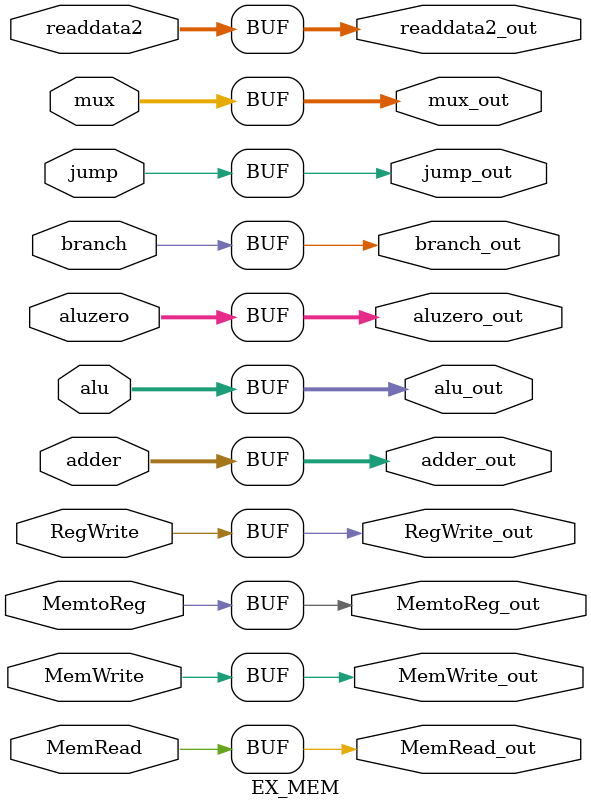
<source format=v>
/*
Latch which passes data from the Fetch Stage to
the Decode Stage.
*/

module 	EX_MEM(
				input wire branch, // Combined with a condition test boolean to enable loading the branch target address into the PC. 
				input wire jump, //  Enables loading the jump target address into the PC. 
				input wire MemRead, //  Enables a memory read for load instructions. 
				input wire MemWrite, // Enables a memory write for store instructions. 
				input wire RegWrite, //  Enables a write to one of the registers. 
				input wire MemtoReg, //  Determines where the value to be written comes from (ALU result or memory). 
				input wire [31:0] adder,
				input wire [1:0] aluzero,
				input wire [31:0] alu,
				input wire [31:0] readdata2, 
				input wire [4:0] mux,

				output reg branch_out,
				output reg jump_out,
				output reg MemRead_out,
				output reg MemWrite_out,
				output reg RegWrite_out,
				output reg MemtoReg_out,
				output reg [31:0] adder_out,
				output reg [1:0] aluzero_out,
				output reg [31:0] alu_out,
				output reg [31:0] readdata2_out, 
				output reg [4:0] mux_out
			);

initial
begin
	branch_out <= 0;
	jump_out <= 0;
	MemRead_out <= 0;
	MemWrite_out <= 0;
	RegWrite_out <= 0;
	MemtoReg_out <= 0;
	adder_out <= 0;
	aluzero_out <= 0;
	alu_out <= 0;
	readdata2_out <= 0; 
	mux_out <= 0;
end

always @ * begin
	branch_out <= branch;
	jump_out <= jump;
	MemRead_out <= MemRead;
	MemWrite_out <= MemWrite;
	RegWrite_out <= RegWrite;
	MemtoReg_out <= MemtoReg;
	adder_out <= adder;
	aluzero_out <= aluzero;
	alu_out <= alu;
	readdata2_out <= readdata2;
	mux_out <= mux;
end

endmodule
</source>
